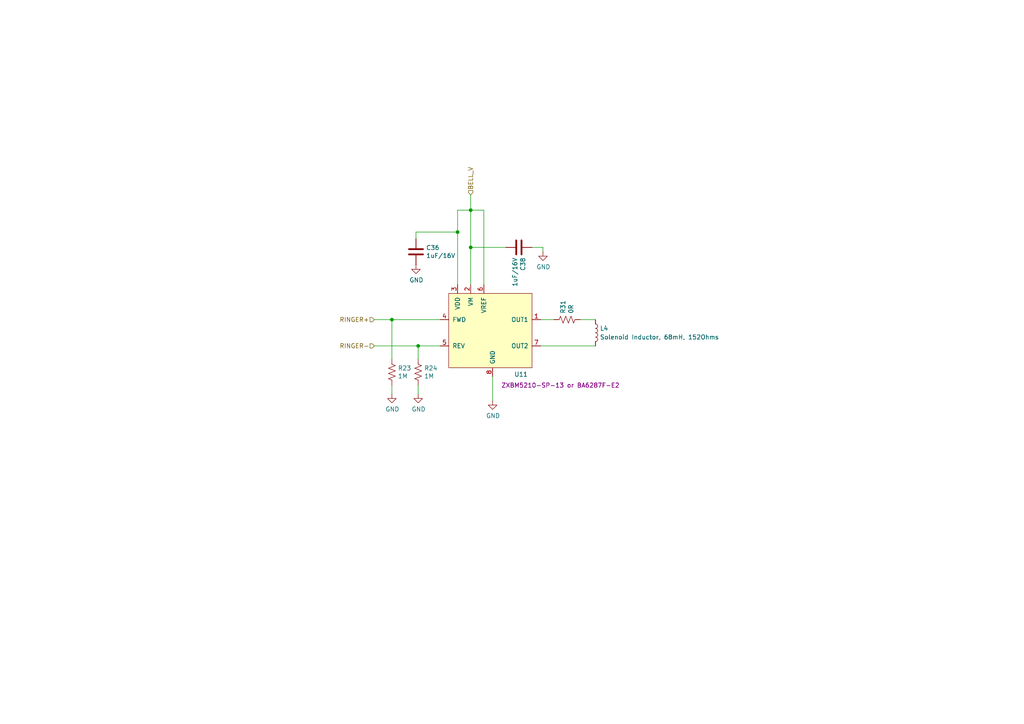
<source format=kicad_sch>
(kicad_sch (version 20211123) (generator eeschema)
  (paper "A4")
  (title_block (title "RCP 4G BELL RINGER"))
  (lib_symbols
    (symbol "Device:C" (pin_numbers hide) (pin_names (offset 0.254))
      (property "Reference" "C" (at 0.635 2.54 0))
      (property "Value" "C" (at 0.635 -2.54 0))
      (symbol "C_0_1"
        (polyline (pts (xy -2.032 -0.762) (xy 2.032 -0.762)) (stroke (width 0.508)))
        (polyline (pts (xy -2.032 0.762) (xy 2.032 0.762)) (stroke (width 0.508)))
      )
      (symbol "C_1_1"
        (pin passive line (at 0 3.81 270) (length 2.794) (name "~") (number "1"))
        (pin passive line (at 0 -3.81 90) (length 2.794) (name "~") (number "2"))
      )
    )
    (symbol "Device:L" (pin_numbers hide) (pin_names (offset 1.016) hide)
      (property "Reference" "L" (at -1.27 0 90))
      (property "Value" "L" (at 1.905 0 90))
      (symbol "L_0_1"
        (arc (start 0 -2.54) (mid 0.635 -1.905) (end 0 -1.27))
        (arc (start 0 -1.27) (mid 0.635 -0.635) (end 0 0))
        (arc (start 0 0) (mid 0.635 0.635) (end 0 1.27))
        (arc (start 0 1.27) (mid 0.635 1.905) (end 0 2.54))
      )
      (symbol "L_1_1"
        (pin passive line (at 0 3.81 270) (length 1.27) (name "1") (number "1"))
        (pin passive line (at 0 -3.81 90) (length 1.27) (name "2") (number "2"))
      )
    )
    (symbol "Device:R_US" (pin_numbers hide) (pin_names (offset 0))
      (property "Reference" "R" (at 2.54 0 90))
      (property "Value" "R_US" (at -2.54 0 90))
      (symbol "R_US_0_1"
        (polyline (pts (xy 0 -2.286) (xy 0 -2.54)))
        (polyline (pts (xy 0 2.286) (xy 0 2.54)))
        (polyline (pts (xy 0 -0.762) (xy 1.016 -1.143) (xy 0 -1.524) (xy -1.016 -1.905) (xy 0 -2.286)))
        (polyline (pts (xy 0 0.762) (xy 1.016 0.381) (xy 0 0) (xy -1.016 -0.381) (xy 0 -0.762)))
        (polyline (pts (xy 0 2.286) (xy 1.016 1.905) (xy 0 1.524) (xy -1.016 1.143) (xy 0 0.762)))
      )
      (symbol "R_US_1_1"
        (pin passive line (at 0 3.81 270) (length 1.27) (name "~") (number "1"))
        (pin passive line (at 0 -3.81 90) (length 1.27) (name "~") (number "2"))
      )
    )
    (symbol "MyLibrary:ZXBM5210-SP-13" (pin_names (offset 1.016))
      (property "Reference" "U" (at -10.16 25.4 0))
      (property "Value" "MyLibrary_ZXBM5210-SP-13" (at 0 0 0))
      (symbol "ZXBM5210-SP-13_0_1"
        (rectangle (start -12.7 11.43) (end 11.43 -10.16) (fill (type background)))
      )
      (symbol "ZXBM5210-SP-13_1_1"
        (pin power_out line (at 13.97 3.81 180) (length 2.54) (name "OUT1") (number "1"))
        (pin power_in line (at -6.35 13.97 270) (length 2.54) (name "VM") (number "2"))
        (pin power_in line (at -10.16 13.97 270) (length 2.54) (name "VDD") (number "3"))
        (pin input line (at -15.24 3.81 0) (length 2.54) (name "FWD") (number "4"))
        (pin input line (at -15.24 -3.81 0) (length 2.54) (name "REV") (number "5"))
        (pin input line (at -2.54 13.97 270) (length 2.54) (name "VREF") (number "6"))
        (pin power_out line (at 13.97 -3.81 180) (length 2.54) (name "OUT2") (number "7"))
        (pin power_in line (at 0 -12.7 90) (length 2.54) (name "GND") (number "8"))
      )
    )
    (symbol "power:GND" (power) (pin_names (offset 0))
      (property "Value" "GND" (at 0 -3.81 0))
      (symbol "GND_0_1"
        (polyline (pts (xy 0 0) (xy 0 -1.27) (xy 1.27 -1.27) (xy 0 -2.54) (xy -1.27 -1.27) (xy 0 -1.27)))
      )
      (symbol "GND_1_1"
        (pin power_in line (at 0 0 270) (length 0) hide (name "GND") (number "1"))
      )
    )
  )
  (junction (at 121.285 100.33))
  (junction (at 136.525 71.755))
  (junction (at 113.665 92.71))
  (junction (at 136.525 60.96))
  (junction (at 132.715 67.31))
  (wire (pts (xy 142.875 109.22) (xy 142.875 116.205)))
  (wire (pts (xy 113.665 114.3) (xy 113.665 111.76)))
  (wire (pts (xy 136.525 60.96) (xy 140.335 60.96)))
  (wire (pts (xy 121.285 104.14) (xy 121.285 100.33)))
  (wire (pts (xy 154.305 71.755) (xy 157.48 71.755)))
  (wire (pts (xy 113.665 92.71) (xy 127.635 92.71)))
  (wire (pts (xy 127.635 100.33) (xy 121.285 100.33)))
  (wire (pts (xy 136.525 71.755) (xy 136.525 82.55)))
  (wire (pts (xy 136.525 60.96) (xy 136.525 56.515)))
  (wire (pts (xy 136.525 71.755) (xy 146.685 71.755)))
  (wire (pts (xy 120.65 67.31) (xy 132.715 67.31)))
  (wire (pts (xy 157.48 71.755) (xy 157.48 73.025)))
  (wire (pts (xy 132.715 60.96) (xy 136.525 60.96)))
  (wire (pts (xy 136.525 60.96) (xy 136.525 71.755)))
  (wire (pts (xy 132.715 82.55) (xy 132.715 67.31)))
  (wire (pts (xy 156.845 100.33) (xy 172.72 100.33)))
  (wire (pts (xy 108.585 92.71) (xy 113.665 92.71)))
  (wire (pts (xy 168.275 92.71) (xy 172.72 92.71)))
  (wire (pts (xy 132.715 67.31) (xy 132.715 60.96)))
  (wire (pts (xy 121.285 114.3) (xy 121.285 111.76)))
  (wire (pts (xy 140.335 60.96) (xy 140.335 82.55)))
  (wire (pts (xy 156.845 92.71) (xy 160.655 92.71)))
  (wire (pts (xy 121.285 100.33) (xy 108.585 100.33)))
  (wire (pts (xy 113.665 104.14) (xy 113.665 92.71)))
  (wire (pts (xy 120.65 67.31) (xy 120.65 69.215)))
  (hierarchical_label "RINGER+" (shape input) (at 108.585 92.71 180))
  (hierarchical_label "BELL_V" (shape input) (at 136.525 56.515 90))
  (hierarchical_label "RINGER-" (shape input) (at 108.585 100.33 180))
  (symbol (lib_id "Device:R_US") (at 121.285 107.95 0) (unit 1)
    (property "Reference" "R24" (at 123.0122 106.7816 0) (effects (justify left)))
    (property "Value" "1M" (at 123.0122 109.093 0) (effects (justify left)))
    (property "Footprint" "Resistor_SMD:R_0603_1608Metric" (effects hide))
  )
  (symbol (lib_id "power:GND") (at 121.285 114.3 0) (unit 1)
    (property "Reference" "#PWR0215" (effects hide))
    (property "Value" "GND" (at 121.412 118.6942 0))
  )
  (symbol (lib_id "MyLibrary:ZXBM5210-SP-13") (at 142.875 96.52 0) (unit 1)
    (property "Reference" "U11" (at 151.13 108.585 0))
    (property "Value" "Driver for Bell Coil" (effects hide))
    (property "Footprint" "MyFootprints:SO-8EP" (effects hide))
    (property "Datasheet" "https://www.diodes.com/assets/Datasheets/ZXBM5210.pdf" (effects hide))
    (property "Mfg. Name" "Diodes Inc." (effects hide))
    (property "Mfg. Part No." "ZXBM5210-SP-13 or BA6287F-E2" (at 162.56 111.76 0))
  )
  (symbol (lib_id "Device:R_US") (at 113.665 107.95 0) (unit 1)
    (property "Reference" "R23" (at 115.3922 106.7816 0) (effects (justify left)))
    (property "Value" "1M" (at 115.3922 109.093 0) (effects (justify left)))
    (property "Footprint" "Resistor_SMD:R_0603_1608Metric" (effects hide))
  )
  (symbol (lib_id "power:GND") (at 113.665 114.3 0) (unit 1)
    (property "Reference" "#PWR0214" (effects hide))
    (property "Value" "GND" (at 113.792 118.6942 0))
  )
  (symbol (lib_id "power:GND") (at 142.875 116.205 0) (unit 1)
    (property "Reference" "#PWR0228" (effects hide))
    (property "Value" "GND" (at 143.002 120.5992 0))
  )
  (symbol (lib_id "Device:C") (at 120.65 73.025 0) (unit 1)
    (property "Reference" "C36" (at 123.571 71.8566 0) (effects (justify left)))
    (property "Value" "1uF/16V" (at 123.571 74.168 0) (effects (justify left)))
    (property "Footprint" "Capacitor_SMD:C_0805_2012Metric" (effects hide))
    (property "Mfg. Name" "Kemet" (effects hide))
    (property "Mfg. Part No." "C0805C105K4RACTU" (effects hide))
  )
  (symbol (lib_id "Device:C") (at 150.495 71.755 270) (unit 1)
    (property "Reference" "C38" (at 151.6634 74.676 0) (effects (justify left)))
    (property "Value" "1uF/16V" (at 149.352 74.676 0) (effects (justify left)))
    (property "Footprint" "Capacitor_SMD:C_0805_2012Metric" (effects hide))
    (property "Mfg. Name" "Kemet" (effects hide))
    (property "Mfg. Part No." "C0805C105K4RACTU" (effects hide))
  )
  (symbol (lib_id "power:GND") (at 120.65 76.835 0) (unit 1)
    (property "Reference" "#PWR0229" (effects hide))
    (property "Value" "GND" (at 120.777 81.2292 0))
  )
  (symbol (lib_id "power:GND") (at 157.48 73.025 0) (unit 1)
    (property "Reference" "#PWR0243" (effects hide))
    (property "Value" "GND" (at 157.607 77.4192 0))
  )
  (symbol (lib_id "Device:R_US") (at 164.465 92.71 90) (unit 1)
    (property "Reference" "R31" (at 163.2966 90.9828 0) (effects (justify left)))
    (property "Value" "0R" (at 165.608 90.9828 0) (effects (justify left)))
    (property "Footprint" "Resistor_SMD:R_0603_1608Metric" (effects hide))
  )
  (symbol (lib_id "Device:L") (at 172.72 96.52 0) (unit 1)
    (property "Reference" "L4" (at 173.99 95.2499 0) (effects (justify left)))
    (property "Value" "Solenoid Inductor, 68mH, 152Ohms" (at 173.99 97.7899 0) (effects (justify left)))
    (property "Footprint" "MyFootprints:BournsInductor_RLB9012-472KL" (effects hide))
    (property "Mfg. Name" "Murata" (effects hide))
    (property "Mfg. Part No." "13R686C" (effects hide))
  )
)
</source>
